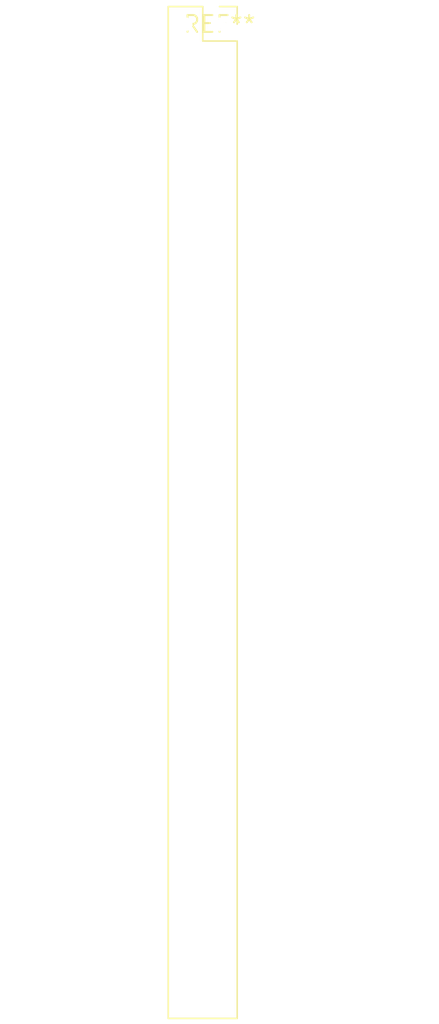
<source format=kicad_pcb>
(kicad_pcb (version 20240108) (generator pcbnew)
  (layers (0 "F.Cu" signal) (31 "B.Cu" signal) (34 "B.Paste" user) (35 "F.Paste" user) (36 "B.SilkS" user "B.Silkscreen") (37 "F.SilkS" user "F.Silkscreen") (38 "B.Mask" user) (39 "F.Mask" user) (44 "Edge.Cuts" user))
  (net 0 "")
  (footprint "PinSocket_2x30_P2.54mm_Vertical" (layer "F.Cu") (at 0 0)
    (property "Reference" "REF**")
    (property "Value" "PinSocket_2x30_P2.54mm_Vertical")
    (fp_line (start -3.87 -1.33) (end -3.87 74.99) (layer "F.SilkS") (stroke (width 0.12)))
    (fp_line (start -3.87 -1.33) (end -1.27 -1.33) (layer "F.SilkS") (stroke (width 0.12)))
    (fp_line (start -3.87 74.99) (end 1.33 74.99) (layer "F.SilkS") (stroke (width 0.12)))
    (fp_line (start -1.27 -1.33) (end -1.27 1.27) (layer "F.SilkS") (stroke (width 0.12)))
    (fp_line (start -1.27 1.27) (end 1.33 1.27) (layer "F.SilkS") (stroke (width 0.12)))
    (fp_line (start 0 -1.33) (end 1.33 -1.33) (layer "F.SilkS") (stroke (width 0.12)))
    (fp_line (start 1.33 -1.33) (end 1.33 0) (layer "F.SilkS") (stroke (width 0.12)))
    (fp_line (start 1.33 1.27) (end 1.33 74.99) (layer "F.SilkS") (stroke (width 0.12)))
    (pad "1" thru_hole rect (at 0 0) (size 1.7 1.7) (drill 1) (layers *.Cu *.Mask) (remove_unused_layers))
    (pad "2" thru_hole oval (at -2.54 0) (size 1.7 1.7) (drill 1) (layers *.Cu *.Mask) (remove_unused_layers))
    (pad "3" thru_hole oval (at 0 2.54) (size 1.7 1.7) (drill 1) (layers *.Cu *.Mask) (remove_unused_layers))
    (pad "4" thru_hole oval (at -2.54 2.54) (size 1.7 1.7) (drill 1) (layers *.Cu *.Mask) (remove_unused_layers))
    (pad "5" thru_hole oval (at 0 5.08) (size 1.7 1.7) (drill 1) (layers *.Cu *.Mask) (remove_unused_layers))
    (pad "6" thru_hole oval (at -2.54 5.08) (size 1.7 1.7) (drill 1) (layers *.Cu *.Mask) (remove_unused_layers))
    (pad "7" thru_hole oval (at 0 7.62) (size 1.7 1.7) (drill 1) (layers *.Cu *.Mask) (remove_unused_layers))
    (pad "8" thru_hole oval (at -2.54 7.62) (size 1.7 1.7) (drill 1) (layers *.Cu *.Mask) (remove_unused_layers))
    (pad "9" thru_hole oval (at 0 10.16) (size 1.7 1.7) (drill 1) (layers *.Cu *.Mask) (remove_unused_layers))
    (pad "10" thru_hole oval (at -2.54 10.16) (size 1.7 1.7) (drill 1) (layers *.Cu *.Mask) (remove_unused_layers))
    (pad "11" thru_hole oval (at 0 12.7) (size 1.7 1.7) (drill 1) (layers *.Cu *.Mask) (remove_unused_layers))
    (pad "12" thru_hole oval (at -2.54 12.7) (size 1.7 1.7) (drill 1) (layers *.Cu *.Mask) (remove_unused_layers))
    (pad "13" thru_hole oval (at 0 15.24) (size 1.7 1.7) (drill 1) (layers *.Cu *.Mask) (remove_unused_layers))
    (pad "14" thru_hole oval (at -2.54 15.24) (size 1.7 1.7) (drill 1) (layers *.Cu *.Mask) (remove_unused_layers))
    (pad "15" thru_hole oval (at 0 17.78) (size 1.7 1.7) (drill 1) (layers *.Cu *.Mask) (remove_unused_layers))
    (pad "16" thru_hole oval (at -2.54 17.78) (size 1.7 1.7) (drill 1) (layers *.Cu *.Mask) (remove_unused_layers))
    (pad "17" thru_hole oval (at 0 20.32) (size 1.7 1.7) (drill 1) (layers *.Cu *.Mask) (remove_unused_layers))
    (pad "18" thru_hole oval (at -2.54 20.32) (size 1.7 1.7) (drill 1) (layers *.Cu *.Mask) (remove_unused_layers))
    (pad "19" thru_hole oval (at 0 22.86) (size 1.7 1.7) (drill 1) (layers *.Cu *.Mask) (remove_unused_layers))
    (pad "20" thru_hole oval (at -2.54 22.86) (size 1.7 1.7) (drill 1) (layers *.Cu *.Mask) (remove_unused_layers))
    (pad "21" thru_hole oval (at 0 25.4) (size 1.7 1.7) (drill 1) (layers *.Cu *.Mask) (remove_unused_layers))
    (pad "22" thru_hole oval (at -2.54 25.4) (size 1.7 1.7) (drill 1) (layers *.Cu *.Mask) (remove_unused_layers))
    (pad "23" thru_hole oval (at 0 27.94) (size 1.7 1.7) (drill 1) (layers *.Cu *.Mask) (remove_unused_layers))
    (pad "24" thru_hole oval (at -2.54 27.94) (size 1.7 1.7) (drill 1) (layers *.Cu *.Mask) (remove_unused_layers))
    (pad "25" thru_hole oval (at 0 30.48) (size 1.7 1.7) (drill 1) (layers *.Cu *.Mask) (remove_unused_layers))
    (pad "26" thru_hole oval (at -2.54 30.48) (size 1.7 1.7) (drill 1) (layers *.Cu *.Mask) (remove_unused_layers))
    (pad "27" thru_hole oval (at 0 33.02) (size 1.7 1.7) (drill 1) (layers *.Cu *.Mask) (remove_unused_layers))
    (pad "28" thru_hole oval (at -2.54 33.02) (size 1.7 1.7) (drill 1) (layers *.Cu *.Mask) (remove_unused_layers))
    (pad "29" thru_hole oval (at 0 35.56) (size 1.7 1.7) (drill 1) (layers *.Cu *.Mask) (remove_unused_layers))
    (pad "30" thru_hole oval (at -2.54 35.56) (size 1.7 1.7) (drill 1) (layers *.Cu *.Mask) (remove_unused_layers))
    (pad "31" thru_hole oval (at 0 38.1) (size 1.7 1.7) (drill 1) (layers *.Cu *.Mask) (remove_unused_layers))
    (pad "32" thru_hole oval (at -2.54 38.1) (size 1.7 1.7) (drill 1) (layers *.Cu *.Mask) (remove_unused_layers))
    (pad "33" thru_hole oval (at 0 40.64) (size 1.7 1.7) (drill 1) (layers *.Cu *.Mask) (remove_unused_layers))
    (pad "34" thru_hole oval (at -2.54 40.64) (size 1.7 1.7) (drill 1) (layers *.Cu *.Mask) (remove_unused_layers))
    (pad "35" thru_hole oval (at 0 43.18) (size 1.7 1.7) (drill 1) (layers *.Cu *.Mask) (remove_unused_layers))
    (pad "36" thru_hole oval (at -2.54 43.18) (size 1.7 1.7) (drill 1) (layers *.Cu *.Mask) (remove_unused_layers))
    (pad "37" thru_hole oval (at 0 45.72) (size 1.7 1.7) (drill 1) (layers *.Cu *.Mask) (remove_unused_layers))
    (pad "38" thru_hole oval (at -2.54 45.72) (size 1.7 1.7) (drill 1) (layers *.Cu *.Mask) (remove_unused_layers))
    (pad "39" thru_hole oval (at 0 48.26) (size 1.7 1.7) (drill 1) (layers *.Cu *.Mask) (remove_unused_layers))
    (pad "40" thru_hole oval (at -2.54 48.26) (size 1.7 1.7) (drill 1) (layers *.Cu *.Mask) (remove_unused_layers))
    (pad "41" thru_hole oval (at 0 50.8) (size 1.7 1.7) (drill 1) (layers *.Cu *.Mask) (remove_unused_layers))
    (pad "42" thru_hole oval (at -2.54 50.8) (size 1.7 1.7) (drill 1) (layers *.Cu *.Mask) (remove_unused_layers))
    (pad "43" thru_hole oval (at 0 53.34) (size 1.7 1.7) (drill 1) (layers *.Cu *.Mask) (remove_unused_layers))
    (pad "44" thru_hole oval (at -2.54 53.34) (size 1.7 1.7) (drill 1) (layers *.Cu *.Mask) (remove_unused_layers))
    (pad "45" thru_hole oval (at 0 55.88) (size 1.7 1.7) (drill 1) (layers *.Cu *.Mask) (remove_unused_layers))
    (pad "46" thru_hole oval (at -2.54 55.88) (size 1.7 1.7) (drill 1) (layers *.Cu *.Mask) (remove_unused_layers))
    (pad "47" thru_hole oval (at 0 58.42) (size 1.7 1.7) (drill 1) (layers *.Cu *.Mask) (remove_unused_layers))
    (pad "48" thru_hole oval (at -2.54 58.42) (size 1.7 1.7) (drill 1) (layers *.Cu *.Mask) (remove_unused_layers))
    (pad "49" thru_hole oval (at 0 60.96) (size 1.7 1.7) (drill 1) (layers *.Cu *.Mask) (remove_unused_layers))
    (pad "50" thru_hole oval (at -2.54 60.96) (size 1.7 1.7) (drill 1) (layers *.Cu *.Mask) (remove_unused_layers))
    (pad "51" thru_hole oval (at 0 63.5) (size 1.7 1.7) (drill 1) (layers *.Cu *.Mask) (remove_unused_layers))
    (pad "52" thru_hole oval (at -2.54 63.5) (size 1.7 1.7) (drill 1) (layers *.Cu *.Mask) (remove_unused_layers))
    (pad "53" thru_hole oval (at 0 66.04) (size 1.7 1.7) (drill 1) (layers *.Cu *.Mask) (remove_unused_layers))
    (pad "54" thru_hole oval (at -2.54 66.04) (size 1.7 1.7) (drill 1) (layers *.Cu *.Mask) (remove_unused_layers))
    (pad "55" thru_hole oval (at 0 68.58) (size 1.7 1.7) (drill 1) (layers *.Cu *.Mask) (remove_unused_layers))
    (pad "56" thru_hole oval (at -2.54 68.58) (size 1.7 1.7) (drill 1) (layers *.Cu *.Mask) (remove_unused_layers))
    (pad "57" thru_hole oval (at 0 71.12) (size 1.7 1.7) (drill 1) (layers *.Cu *.Mask) (remove_unused_layers))
    (pad "58" thru_hole oval (at -2.54 71.12) (size 1.7 1.7) (drill 1) (layers *.Cu *.Mask) (remove_unused_layers))
    (pad "59" thru_hole oval (at 0 73.66) (size 1.7 1.7) (drill 1) (layers *.Cu *.Mask) (remove_unused_layers))
    (pad "60" thru_hole oval (at -2.54 73.66) (size 1.7 1.7) (drill 1) (layers *.Cu *.Mask) (remove_unused_layers))
  )
)
</source>
